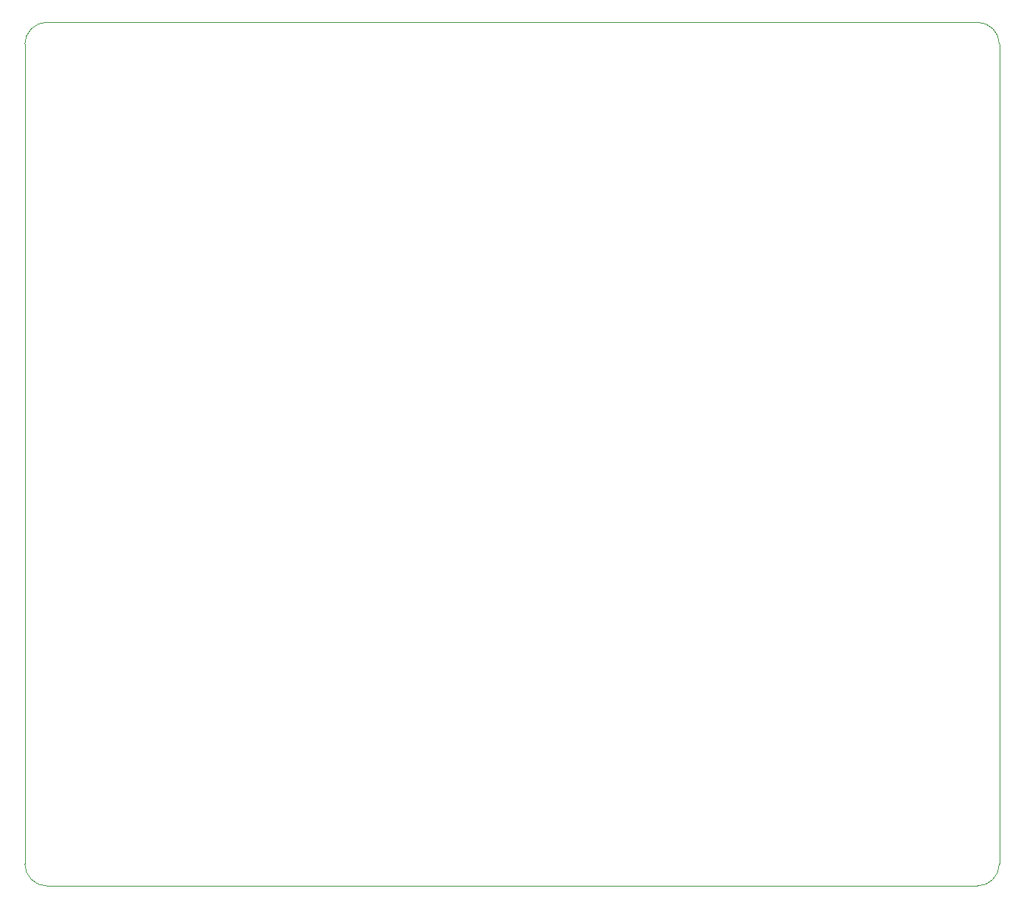
<source format=gbr>
%TF.GenerationSoftware,KiCad,Pcbnew,7.0.6*%
%TF.CreationDate,2023-08-10T11:03:41+03:00*%
%TF.ProjectId,2023-staj-projesi,32303233-2d73-4746-916a-2d70726f6a65,1.0*%
%TF.SameCoordinates,Original*%
%TF.FileFunction,Profile,NP*%
%FSLAX46Y46*%
G04 Gerber Fmt 4.6, Leading zero omitted, Abs format (unit mm)*
G04 Created by KiCad (PCBNEW 7.0.6) date 2023-08-10 11:03:41*
%MOMM*%
%LPD*%
G01*
G04 APERTURE LIST*
%TA.AperFunction,Profile*%
%ADD10C,0.100000*%
%TD*%
G04 APERTURE END LIST*
D10*
X63500000Y-43180000D02*
X63500000Y-137160000D01*
X175260000Y-43180000D02*
G75*
G03*
X172720000Y-40640000I-2540000J0D01*
G01*
X175260000Y-137160000D02*
X175260000Y-43180000D01*
X63500000Y-137160000D02*
G75*
G03*
X66040000Y-139700000I2540000J0D01*
G01*
X172720000Y-40640000D02*
X66040000Y-40640000D01*
X172720000Y-139700000D02*
G75*
G03*
X175260000Y-137160000I0J2540000D01*
G01*
X66040000Y-40640000D02*
G75*
G03*
X63500000Y-43180000I0J-2540000D01*
G01*
X66040000Y-139700000D02*
X172720000Y-139700000D01*
M02*

</source>
